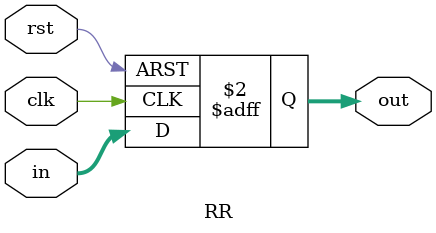
<source format=v>
module RR(
    input clk,
    input rst,
    input [15:0] in,
    output reg [15:0] out
);

    always @(posedge clk or posedge rst) begin
        if (rst) begin
            out <= 16'h0000;
        end else begin
            out <= in;
        end
    end
endmodule




</source>
